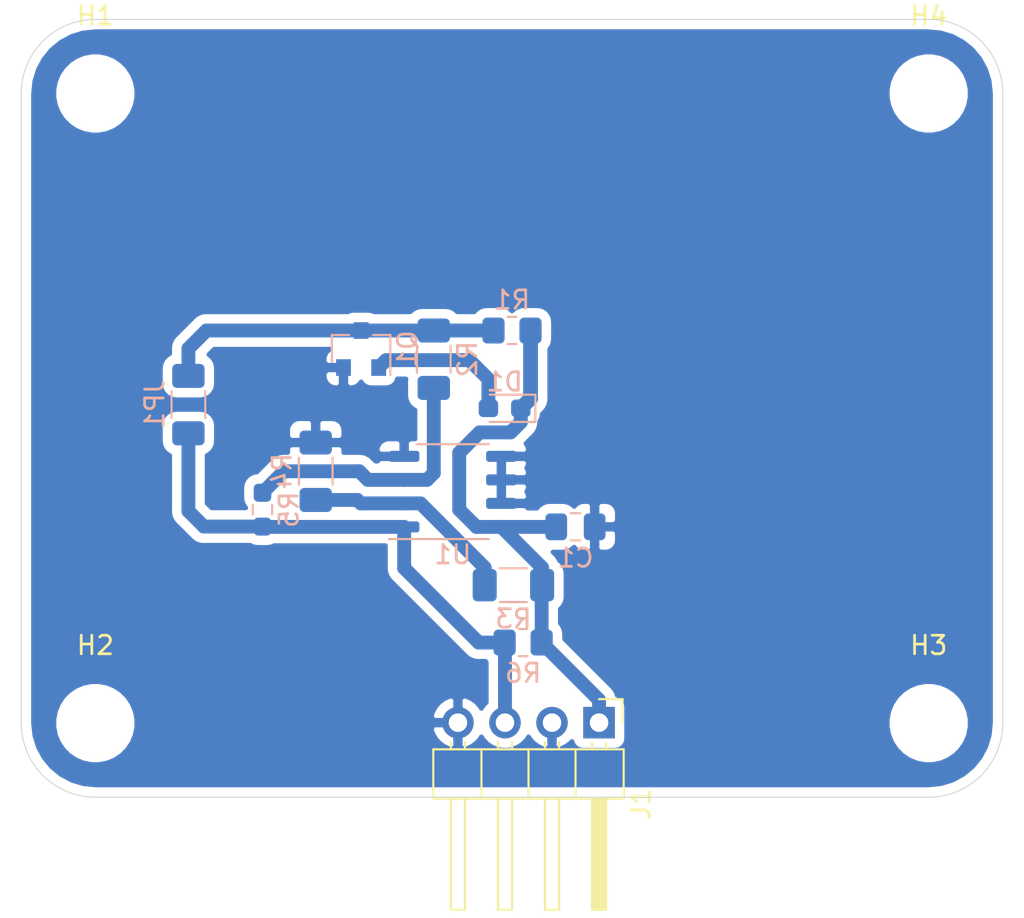
<source format=kicad_pcb>
(kicad_pcb (version 20171130) (host pcbnew 5.1.10)

  (general
    (thickness 1.6)
    (drawings 12)
    (tracks 51)
    (zones 0)
    (modules 16)
    (nets 8)
  )

  (page A)
  (layers
    (0 F.Cu signal)
    (31 B.Cu signal)
    (32 B.Adhes user)
    (33 F.Adhes user)
    (34 B.Paste user)
    (35 F.Paste user)
    (36 B.SilkS user)
    (37 F.SilkS user)
    (38 B.Mask user)
    (39 F.Mask user)
    (40 Dwgs.User user)
    (41 Cmts.User user)
    (42 Eco1.User user)
    (43 Eco2.User user)
    (44 Edge.Cuts user)
    (45 Margin user)
    (46 B.CrtYd user)
    (47 F.CrtYd user)
    (48 B.Fab user)
    (49 F.Fab user)
  )

  (setup
    (last_trace_width 0.75)
    (user_trace_width 0.3)
    (user_trace_width 0.5)
    (user_trace_width 0.75)
    (user_trace_width 0.8)
    (user_trace_width 1)
    (trace_clearance 0.2)
    (zone_clearance 0.508)
    (zone_45_only yes)
    (trace_min 0.2)
    (via_size 0.8)
    (via_drill 0.4)
    (via_min_size 0.4)
    (via_min_drill 0.3)
    (uvia_size 0.3)
    (uvia_drill 0.1)
    (uvias_allowed no)
    (uvia_min_size 0.2)
    (uvia_min_drill 0.1)
    (edge_width 0.05)
    (segment_width 0.2)
    (pcb_text_width 0.3)
    (pcb_text_size 1.5 1.5)
    (mod_edge_width 0.12)
    (mod_text_size 1 1)
    (mod_text_width 0.15)
    (pad_size 1.524 1.524)
    (pad_drill 0.762)
    (pad_to_mask_clearance 0)
    (aux_axis_origin 130 100)
    (visible_elements FFFFFF7F)
    (pcbplotparams
      (layerselection 0x01000_fffffffe)
      (usegerberextensions false)
      (usegerberattributes true)
      (usegerberadvancedattributes true)
      (creategerberjobfile true)
      (excludeedgelayer true)
      (linewidth 0.100000)
      (plotframeref false)
      (viasonmask false)
      (mode 1)
      (useauxorigin true)
      (hpglpennumber 1)
      (hpglpenspeed 20)
      (hpglpendiameter 15.000000)
      (psnegative false)
      (psa4output false)
      (plotreference true)
      (plotvalue true)
      (plotinvisibletext false)
      (padsonsilk false)
      (subtractmaskfromsilk false)
      (outputformat 1)
      (mirror false)
      (drillshape 0)
      (scaleselection 1)
      (outputdirectory "gerber/"))
  )

  (net 0 "")
  (net 1 GND)
  (net 2 VCC)
  (net 3 "Net-(D1-Pad2)")
  (net 4 "Net-(JP1-Pad1)")
  (net 5 "Net-(R2-Pad1)")
  (net 6 "Net-(R3-Pad1)")
  (net 7 /OUTPUT)

  (net_class Default "This is the default net class."
    (clearance 0.2)
    (trace_width 0.25)
    (via_dia 0.8)
    (via_drill 0.4)
    (uvia_dia 0.3)
    (uvia_drill 0.1)
    (add_net /OUTPUT)
    (add_net GND)
    (add_net "Net-(D1-Pad2)")
    (add_net "Net-(JP1-Pad1)")
    (add_net "Net-(R2-Pad1)")
    (add_net "Net-(R3-Pad1)")
    (add_net VCC)
  )

  (module Resistor_SMD:R_1206_3216Metric_Pad1.30x1.75mm_HandSolder (layer B.Cu) (tedit 5F68FEEE) (tstamp 616AD7BC)
    (at 140.025 121.8 270)
    (descr "Resistor SMD 1206 (3216 Metric), square (rectangular) end terminal, IPC_7351 nominal with elongated pad for handsoldering. (Body size source: IPC-SM-782 page 72, https://www.pcb-3d.com/wordpress/wp-content/uploads/ipc-sm-782a_amendment_1_and_2.pdf), generated with kicad-footprint-generator")
    (tags "resistor handsolder")
    (path /616C83B1)
    (attr smd)
    (fp_text reference JP1 (at 0 1.82 270) (layer B.SilkS)
      (effects (font (size 1 1) (thickness 0.15)) (justify mirror))
    )
    (fp_text value "Comparitor Bypass" (at 0 -1.82 270) (layer B.Fab)
      (effects (font (size 1 1) (thickness 0.15)) (justify mirror))
    )
    (fp_text user %R (at 0 0 270) (layer B.Fab)
      (effects (font (size 0.8 0.8) (thickness 0.12)) (justify mirror))
    )
    (fp_line (start -1.6 -0.8) (end -1.6 0.8) (layer B.Fab) (width 0.1))
    (fp_line (start -1.6 0.8) (end 1.6 0.8) (layer B.Fab) (width 0.1))
    (fp_line (start 1.6 0.8) (end 1.6 -0.8) (layer B.Fab) (width 0.1))
    (fp_line (start 1.6 -0.8) (end -1.6 -0.8) (layer B.Fab) (width 0.1))
    (fp_line (start -0.727064 0.91) (end 0.727064 0.91) (layer B.SilkS) (width 0.12))
    (fp_line (start -0.727064 -0.91) (end 0.727064 -0.91) (layer B.SilkS) (width 0.12))
    (fp_line (start -2.45 -1.12) (end -2.45 1.12) (layer B.CrtYd) (width 0.05))
    (fp_line (start -2.45 1.12) (end 2.45 1.12) (layer B.CrtYd) (width 0.05))
    (fp_line (start 2.45 1.12) (end 2.45 -1.12) (layer B.CrtYd) (width 0.05))
    (fp_line (start 2.45 -1.12) (end -2.45 -1.12) (layer B.CrtYd) (width 0.05))
    (pad 2 smd roundrect (at 1.55 0 270) (size 1.3 1.75) (layers B.Cu B.Paste B.Mask) (roundrect_rratio 0.192308)
      (net 7 /OUTPUT))
    (pad 1 smd roundrect (at -1.55 0 270) (size 1.3 1.75) (layers B.Cu B.Paste B.Mask) (roundrect_rratio 0.192308)
      (net 4 "Net-(JP1-Pad1)"))
    (model ${KISYS3DMOD}/Resistor_SMD.3dshapes/R_1206_3216Metric.wrl
      (at (xyz 0 0 0))
      (scale (xyz 1 1 1))
      (rotate (xyz 0 0 0))
    )
  )

  (module Resistor_SMD:R_1206_3216Metric_Pad1.30x1.75mm_HandSolder (layer B.Cu) (tedit 5F68FEEE) (tstamp 616A006F)
    (at 153.275 119.35 90)
    (descr "Resistor SMD 1206 (3216 Metric), square (rectangular) end terminal, IPC_7351 nominal with elongated pad for handsoldering. (Body size source: IPC-SM-782 page 72, https://www.pcb-3d.com/wordpress/wp-content/uploads/ipc-sm-782a_amendment_1_and_2.pdf), generated with kicad-footprint-generator")
    (tags "resistor handsolder")
    (path /616B76B3)
    (attr smd)
    (fp_text reference R2 (at 0 1.82 90) (layer B.SilkS)
      (effects (font (size 1 1) (thickness 0.15)) (justify mirror))
    )
    (fp_text value 10k (at 0 -1.82 90) (layer B.Fab)
      (effects (font (size 1 1) (thickness 0.15)) (justify mirror))
    )
    (fp_text user %R (at 0 0 90) (layer B.Fab)
      (effects (font (size 0.8 0.8) (thickness 0.12)) (justify mirror))
    )
    (fp_line (start -1.6 -0.8) (end -1.6 0.8) (layer B.Fab) (width 0.1))
    (fp_line (start -1.6 0.8) (end 1.6 0.8) (layer B.Fab) (width 0.1))
    (fp_line (start 1.6 0.8) (end 1.6 -0.8) (layer B.Fab) (width 0.1))
    (fp_line (start 1.6 -0.8) (end -1.6 -0.8) (layer B.Fab) (width 0.1))
    (fp_line (start -0.727064 0.91) (end 0.727064 0.91) (layer B.SilkS) (width 0.12))
    (fp_line (start -0.727064 -0.91) (end 0.727064 -0.91) (layer B.SilkS) (width 0.12))
    (fp_line (start -2.45 -1.12) (end -2.45 1.12) (layer B.CrtYd) (width 0.05))
    (fp_line (start -2.45 1.12) (end 2.45 1.12) (layer B.CrtYd) (width 0.05))
    (fp_line (start 2.45 1.12) (end 2.45 -1.12) (layer B.CrtYd) (width 0.05))
    (fp_line (start 2.45 -1.12) (end -2.45 -1.12) (layer B.CrtYd) (width 0.05))
    (pad 2 smd roundrect (at 1.55 0 90) (size 1.3 1.75) (layers B.Cu B.Paste B.Mask) (roundrect_rratio 0.192308)
      (net 4 "Net-(JP1-Pad1)"))
    (pad 1 smd roundrect (at -1.55 0 90) (size 1.3 1.75) (layers B.Cu B.Paste B.Mask) (roundrect_rratio 0.192308)
      (net 5 "Net-(R2-Pad1)"))
    (model ${KISYS3DMOD}/Resistor_SMD.3dshapes/R_1206_3216Metric.wrl
      (at (xyz 0 0 0))
      (scale (xyz 1 1 1))
      (rotate (xyz 0 0 0))
    )
  )

  (module Resistor_SMD:R_1206_3216Metric_Pad1.30x1.75mm_HandSolder (layer B.Cu) (tedit 5F68FEEE) (tstamp 616ABD89)
    (at 146.9 125.4 270)
    (descr "Resistor SMD 1206 (3216 Metric), square (rectangular) end terminal, IPC_7351 nominal with elongated pad for handsoldering. (Body size source: IPC-SM-782 page 72, https://www.pcb-3d.com/wordpress/wp-content/uploads/ipc-sm-782a_amendment_1_and_2.pdf), generated with kicad-footprint-generator")
    (tags "resistor handsolder")
    (path /616D766F)
    (attr smd)
    (fp_text reference R4 (at 0 1.82 90) (layer B.SilkS)
      (effects (font (size 1 1) (thickness 0.15)) (justify mirror))
    )
    (fp_text value 10k (at 0 -1.82 90) (layer B.Fab)
      (effects (font (size 1 1) (thickness 0.15)) (justify mirror))
    )
    (fp_line (start -1.6 -0.8) (end -1.6 0.8) (layer B.Fab) (width 0.1))
    (fp_line (start -1.6 0.8) (end 1.6 0.8) (layer B.Fab) (width 0.1))
    (fp_line (start 1.6 0.8) (end 1.6 -0.8) (layer B.Fab) (width 0.1))
    (fp_line (start 1.6 -0.8) (end -1.6 -0.8) (layer B.Fab) (width 0.1))
    (fp_line (start -0.727064 0.91) (end 0.727064 0.91) (layer B.SilkS) (width 0.12))
    (fp_line (start -0.727064 -0.91) (end 0.727064 -0.91) (layer B.SilkS) (width 0.12))
    (fp_line (start -2.45 -1.12) (end -2.45 1.12) (layer B.CrtYd) (width 0.05))
    (fp_line (start -2.45 1.12) (end 2.45 1.12) (layer B.CrtYd) (width 0.05))
    (fp_line (start 2.45 1.12) (end 2.45 -1.12) (layer B.CrtYd) (width 0.05))
    (fp_line (start 2.45 -1.12) (end -2.45 -1.12) (layer B.CrtYd) (width 0.05))
    (fp_text user %R (at 0 0 90) (layer B.Fab)
      (effects (font (size 0.8 0.8) (thickness 0.12)) (justify mirror))
    )
    (pad 2 smd roundrect (at 1.55 0 270) (size 1.3 1.75) (layers B.Cu B.Paste B.Mask) (roundrect_rratio 0.192308)
      (net 6 "Net-(R3-Pad1)"))
    (pad 1 smd roundrect (at -1.55 0 270) (size 1.3 1.75) (layers B.Cu B.Paste B.Mask) (roundrect_rratio 0.192308)
      (net 1 GND))
    (model ${KISYS3DMOD}/Resistor_SMD.3dshapes/R_1206_3216Metric.wrl
      (at (xyz 0 0 0))
      (scale (xyz 1 1 1))
      (rotate (xyz 0 0 0))
    )
  )

  (module Resistor_SMD:R_1206_3216Metric_Pad1.30x1.75mm_HandSolder (layer B.Cu) (tedit 5F68FEEE) (tstamp 616A0D65)
    (at 157.575 131.55)
    (descr "Resistor SMD 1206 (3216 Metric), square (rectangular) end terminal, IPC_7351 nominal with elongated pad for handsoldering. (Body size source: IPC-SM-782 page 72, https://www.pcb-3d.com/wordpress/wp-content/uploads/ipc-sm-782a_amendment_1_and_2.pdf), generated with kicad-footprint-generator")
    (tags "resistor handsolder")
    (path /616D7B4B)
    (attr smd)
    (fp_text reference R3 (at 0 1.82) (layer B.SilkS)
      (effects (font (size 1 1) (thickness 0.15)) (justify mirror))
    )
    (fp_text value 10k (at 0 -1.82) (layer B.Fab)
      (effects (font (size 1 1) (thickness 0.15)) (justify mirror))
    )
    (fp_line (start -1.6 -0.8) (end -1.6 0.8) (layer B.Fab) (width 0.1))
    (fp_line (start -1.6 0.8) (end 1.6 0.8) (layer B.Fab) (width 0.1))
    (fp_line (start 1.6 0.8) (end 1.6 -0.8) (layer B.Fab) (width 0.1))
    (fp_line (start 1.6 -0.8) (end -1.6 -0.8) (layer B.Fab) (width 0.1))
    (fp_line (start -0.727064 0.91) (end 0.727064 0.91) (layer B.SilkS) (width 0.12))
    (fp_line (start -0.727064 -0.91) (end 0.727064 -0.91) (layer B.SilkS) (width 0.12))
    (fp_line (start -2.45 -1.12) (end -2.45 1.12) (layer B.CrtYd) (width 0.05))
    (fp_line (start -2.45 1.12) (end 2.45 1.12) (layer B.CrtYd) (width 0.05))
    (fp_line (start 2.45 1.12) (end 2.45 -1.12) (layer B.CrtYd) (width 0.05))
    (fp_line (start 2.45 -1.12) (end -2.45 -1.12) (layer B.CrtYd) (width 0.05))
    (fp_text user %R (at 0 0) (layer B.Fab)
      (effects (font (size 0.8 0.8) (thickness 0.12)) (justify mirror))
    )
    (pad 2 smd roundrect (at 1.55 0) (size 1.3 1.75) (layers B.Cu B.Paste B.Mask) (roundrect_rratio 0.192308)
      (net 2 VCC))
    (pad 1 smd roundrect (at -1.55 0) (size 1.3 1.75) (layers B.Cu B.Paste B.Mask) (roundrect_rratio 0.192308)
      (net 6 "Net-(R3-Pad1)"))
    (model ${KISYS3DMOD}/Resistor_SMD.3dshapes/R_1206_3216Metric.wrl
      (at (xyz 0 0 0))
      (scale (xyz 1 1 1))
      (rotate (xyz 0 0 0))
    )
  )

  (module Capacitor_SMD:C_0805_2012Metric_Pad1.18x1.45mm_HandSolder (layer B.Cu) (tedit 5F68FEEF) (tstamp 616A0DC5)
    (at 160.925 128.4)
    (descr "Capacitor SMD 0805 (2012 Metric), square (rectangular) end terminal, IPC_7351 nominal with elongated pad for handsoldering. (Body size source: IPC-SM-782 page 76, https://www.pcb-3d.com/wordpress/wp-content/uploads/ipc-sm-782a_amendment_1_and_2.pdf, https://docs.google.com/spreadsheets/d/1BsfQQcO9C6DZCsRaXUlFlo91Tg2WpOkGARC1WS5S8t0/edit?usp=sharing), generated with kicad-footprint-generator")
    (tags "capacitor handsolder")
    (path /616E9949)
    (attr smd)
    (fp_text reference C1 (at 0 1.68) (layer B.SilkS)
      (effects (font (size 1 1) (thickness 0.15)) (justify mirror))
    )
    (fp_text value 100n (at 0 -1.68) (layer B.Fab)
      (effects (font (size 1 1) (thickness 0.15)) (justify mirror))
    )
    (fp_line (start -1 -0.625) (end -1 0.625) (layer B.Fab) (width 0.1))
    (fp_line (start -1 0.625) (end 1 0.625) (layer B.Fab) (width 0.1))
    (fp_line (start 1 0.625) (end 1 -0.625) (layer B.Fab) (width 0.1))
    (fp_line (start 1 -0.625) (end -1 -0.625) (layer B.Fab) (width 0.1))
    (fp_line (start -0.261252 0.735) (end 0.261252 0.735) (layer B.SilkS) (width 0.12))
    (fp_line (start -0.261252 -0.735) (end 0.261252 -0.735) (layer B.SilkS) (width 0.12))
    (fp_line (start -1.88 -0.98) (end -1.88 0.98) (layer B.CrtYd) (width 0.05))
    (fp_line (start -1.88 0.98) (end 1.88 0.98) (layer B.CrtYd) (width 0.05))
    (fp_line (start 1.88 0.98) (end 1.88 -0.98) (layer B.CrtYd) (width 0.05))
    (fp_line (start 1.88 -0.98) (end -1.88 -0.98) (layer B.CrtYd) (width 0.05))
    (fp_text user %R (at 0 0) (layer B.Fab)
      (effects (font (size 0.5 0.5) (thickness 0.08)) (justify mirror))
    )
    (pad 2 smd roundrect (at 1.0375 0) (size 1.175 1.45) (layers B.Cu B.Paste B.Mask) (roundrect_rratio 0.212766)
      (net 1 GND))
    (pad 1 smd roundrect (at -1.0375 0) (size 1.175 1.45) (layers B.Cu B.Paste B.Mask) (roundrect_rratio 0.212766)
      (net 2 VCC))
    (model ${KISYS3DMOD}/Capacitor_SMD.3dshapes/C_0805_2012Metric.wrl
      (at (xyz 0 0 0))
      (scale (xyz 1 1 1))
      (rotate (xyz 0 0 0))
    )
  )

  (module Resistor_SMD:R_0805_2012Metric_Pad1.20x1.40mm_HandSolder (layer B.Cu) (tedit 5F68FEEE) (tstamp 616A0CF3)
    (at 158.1 134.65)
    (descr "Resistor SMD 0805 (2012 Metric), square (rectangular) end terminal, IPC_7351 nominal with elongated pad for handsoldering. (Body size source: IPC-SM-782 page 72, https://www.pcb-3d.com/wordpress/wp-content/uploads/ipc-sm-782a_amendment_1_and_2.pdf), generated with kicad-footprint-generator")
    (tags "resistor handsolder")
    (path /616B79A7)
    (attr smd)
    (fp_text reference R6 (at 0 1.65) (layer B.SilkS)
      (effects (font (size 1 1) (thickness 0.15)) (justify mirror))
    )
    (fp_text value 3k (at 0 -1.65) (layer B.Fab)
      (effects (font (size 1 1) (thickness 0.15)) (justify mirror))
    )
    (fp_line (start -1 -0.625) (end -1 0.625) (layer B.Fab) (width 0.1))
    (fp_line (start -1 0.625) (end 1 0.625) (layer B.Fab) (width 0.1))
    (fp_line (start 1 0.625) (end 1 -0.625) (layer B.Fab) (width 0.1))
    (fp_line (start 1 -0.625) (end -1 -0.625) (layer B.Fab) (width 0.1))
    (fp_line (start -0.227064 0.735) (end 0.227064 0.735) (layer B.SilkS) (width 0.12))
    (fp_line (start -0.227064 -0.735) (end 0.227064 -0.735) (layer B.SilkS) (width 0.12))
    (fp_line (start -1.85 -0.95) (end -1.85 0.95) (layer B.CrtYd) (width 0.05))
    (fp_line (start -1.85 0.95) (end 1.85 0.95) (layer B.CrtYd) (width 0.05))
    (fp_line (start 1.85 0.95) (end 1.85 -0.95) (layer B.CrtYd) (width 0.05))
    (fp_line (start 1.85 -0.95) (end -1.85 -0.95) (layer B.CrtYd) (width 0.05))
    (fp_text user %R (at 0 0) (layer B.Fab)
      (effects (font (size 0.5 0.5) (thickness 0.08)) (justify mirror))
    )
    (pad 2 smd roundrect (at 1 0) (size 1.2 1.4) (layers B.Cu B.Paste B.Mask) (roundrect_rratio 0.208333)
      (net 2 VCC))
    (pad 1 smd roundrect (at -1 0) (size 1.2 1.4) (layers B.Cu B.Paste B.Mask) (roundrect_rratio 0.208333)
      (net 7 /OUTPUT))
    (model ${KISYS3DMOD}/Resistor_SMD.3dshapes/R_0805_2012Metric.wrl
      (at (xyz 0 0 0))
      (scale (xyz 1 1 1))
      (rotate (xyz 0 0 0))
    )
  )

  (module Connector_PinHeader_2.54mm:PinHeader_1x04_P2.54mm_Horizontal (layer F.Cu) (tedit 59FED5CB) (tstamp 6169FA07)
    (at 162.2 138.975 270)
    (descr "Through hole angled pin header, 1x04, 2.54mm pitch, 6mm pin length, single row")
    (tags "Through hole angled pin header THT 1x04 2.54mm single row")
    (path /616EE257)
    (fp_text reference J1 (at 4.385 -2.27 90) (layer F.SilkS)
      (effects (font (size 1 1) (thickness 0.15)))
    )
    (fp_text value Conn_01x04 (at 4.385 9.89 90) (layer F.Fab)
      (effects (font (size 1 1) (thickness 0.15)))
    )
    (fp_line (start 2.135 -1.27) (end 4.04 -1.27) (layer F.Fab) (width 0.1))
    (fp_line (start 4.04 -1.27) (end 4.04 8.89) (layer F.Fab) (width 0.1))
    (fp_line (start 4.04 8.89) (end 1.5 8.89) (layer F.Fab) (width 0.1))
    (fp_line (start 1.5 8.89) (end 1.5 -0.635) (layer F.Fab) (width 0.1))
    (fp_line (start 1.5 -0.635) (end 2.135 -1.27) (layer F.Fab) (width 0.1))
    (fp_line (start -0.32 -0.32) (end 1.5 -0.32) (layer F.Fab) (width 0.1))
    (fp_line (start -0.32 -0.32) (end -0.32 0.32) (layer F.Fab) (width 0.1))
    (fp_line (start -0.32 0.32) (end 1.5 0.32) (layer F.Fab) (width 0.1))
    (fp_line (start 4.04 -0.32) (end 10.04 -0.32) (layer F.Fab) (width 0.1))
    (fp_line (start 10.04 -0.32) (end 10.04 0.32) (layer F.Fab) (width 0.1))
    (fp_line (start 4.04 0.32) (end 10.04 0.32) (layer F.Fab) (width 0.1))
    (fp_line (start -0.32 2.22) (end 1.5 2.22) (layer F.Fab) (width 0.1))
    (fp_line (start -0.32 2.22) (end -0.32 2.86) (layer F.Fab) (width 0.1))
    (fp_line (start -0.32 2.86) (end 1.5 2.86) (layer F.Fab) (width 0.1))
    (fp_line (start 4.04 2.22) (end 10.04 2.22) (layer F.Fab) (width 0.1))
    (fp_line (start 10.04 2.22) (end 10.04 2.86) (layer F.Fab) (width 0.1))
    (fp_line (start 4.04 2.86) (end 10.04 2.86) (layer F.Fab) (width 0.1))
    (fp_line (start -0.32 4.76) (end 1.5 4.76) (layer F.Fab) (width 0.1))
    (fp_line (start -0.32 4.76) (end -0.32 5.4) (layer F.Fab) (width 0.1))
    (fp_line (start -0.32 5.4) (end 1.5 5.4) (layer F.Fab) (width 0.1))
    (fp_line (start 4.04 4.76) (end 10.04 4.76) (layer F.Fab) (width 0.1))
    (fp_line (start 10.04 4.76) (end 10.04 5.4) (layer F.Fab) (width 0.1))
    (fp_line (start 4.04 5.4) (end 10.04 5.4) (layer F.Fab) (width 0.1))
    (fp_line (start -0.32 7.3) (end 1.5 7.3) (layer F.Fab) (width 0.1))
    (fp_line (start -0.32 7.3) (end -0.32 7.94) (layer F.Fab) (width 0.1))
    (fp_line (start -0.32 7.94) (end 1.5 7.94) (layer F.Fab) (width 0.1))
    (fp_line (start 4.04 7.3) (end 10.04 7.3) (layer F.Fab) (width 0.1))
    (fp_line (start 10.04 7.3) (end 10.04 7.94) (layer F.Fab) (width 0.1))
    (fp_line (start 4.04 7.94) (end 10.04 7.94) (layer F.Fab) (width 0.1))
    (fp_line (start 1.44 -1.33) (end 1.44 8.95) (layer F.SilkS) (width 0.12))
    (fp_line (start 1.44 8.95) (end 4.1 8.95) (layer F.SilkS) (width 0.12))
    (fp_line (start 4.1 8.95) (end 4.1 -1.33) (layer F.SilkS) (width 0.12))
    (fp_line (start 4.1 -1.33) (end 1.44 -1.33) (layer F.SilkS) (width 0.12))
    (fp_line (start 4.1 -0.38) (end 10.1 -0.38) (layer F.SilkS) (width 0.12))
    (fp_line (start 10.1 -0.38) (end 10.1 0.38) (layer F.SilkS) (width 0.12))
    (fp_line (start 10.1 0.38) (end 4.1 0.38) (layer F.SilkS) (width 0.12))
    (fp_line (start 4.1 -0.32) (end 10.1 -0.32) (layer F.SilkS) (width 0.12))
    (fp_line (start 4.1 -0.2) (end 10.1 -0.2) (layer F.SilkS) (width 0.12))
    (fp_line (start 4.1 -0.08) (end 10.1 -0.08) (layer F.SilkS) (width 0.12))
    (fp_line (start 4.1 0.04) (end 10.1 0.04) (layer F.SilkS) (width 0.12))
    (fp_line (start 4.1 0.16) (end 10.1 0.16) (layer F.SilkS) (width 0.12))
    (fp_line (start 4.1 0.28) (end 10.1 0.28) (layer F.SilkS) (width 0.12))
    (fp_line (start 1.11 -0.38) (end 1.44 -0.38) (layer F.SilkS) (width 0.12))
    (fp_line (start 1.11 0.38) (end 1.44 0.38) (layer F.SilkS) (width 0.12))
    (fp_line (start 1.44 1.27) (end 4.1 1.27) (layer F.SilkS) (width 0.12))
    (fp_line (start 4.1 2.16) (end 10.1 2.16) (layer F.SilkS) (width 0.12))
    (fp_line (start 10.1 2.16) (end 10.1 2.92) (layer F.SilkS) (width 0.12))
    (fp_line (start 10.1 2.92) (end 4.1 2.92) (layer F.SilkS) (width 0.12))
    (fp_line (start 1.042929 2.16) (end 1.44 2.16) (layer F.SilkS) (width 0.12))
    (fp_line (start 1.042929 2.92) (end 1.44 2.92) (layer F.SilkS) (width 0.12))
    (fp_line (start 1.44 3.81) (end 4.1 3.81) (layer F.SilkS) (width 0.12))
    (fp_line (start 4.1 4.7) (end 10.1 4.7) (layer F.SilkS) (width 0.12))
    (fp_line (start 10.1 4.7) (end 10.1 5.46) (layer F.SilkS) (width 0.12))
    (fp_line (start 10.1 5.46) (end 4.1 5.46) (layer F.SilkS) (width 0.12))
    (fp_line (start 1.042929 4.7) (end 1.44 4.7) (layer F.SilkS) (width 0.12))
    (fp_line (start 1.042929 5.46) (end 1.44 5.46) (layer F.SilkS) (width 0.12))
    (fp_line (start 1.44 6.35) (end 4.1 6.35) (layer F.SilkS) (width 0.12))
    (fp_line (start 4.1 7.24) (end 10.1 7.24) (layer F.SilkS) (width 0.12))
    (fp_line (start 10.1 7.24) (end 10.1 8) (layer F.SilkS) (width 0.12))
    (fp_line (start 10.1 8) (end 4.1 8) (layer F.SilkS) (width 0.12))
    (fp_line (start 1.042929 7.24) (end 1.44 7.24) (layer F.SilkS) (width 0.12))
    (fp_line (start 1.042929 8) (end 1.44 8) (layer F.SilkS) (width 0.12))
    (fp_line (start -1.27 0) (end -1.27 -1.27) (layer F.SilkS) (width 0.12))
    (fp_line (start -1.27 -1.27) (end 0 -1.27) (layer F.SilkS) (width 0.12))
    (fp_line (start -1.8 -1.8) (end -1.8 9.4) (layer F.CrtYd) (width 0.05))
    (fp_line (start -1.8 9.4) (end 10.55 9.4) (layer F.CrtYd) (width 0.05))
    (fp_line (start 10.55 9.4) (end 10.55 -1.8) (layer F.CrtYd) (width 0.05))
    (fp_line (start 10.55 -1.8) (end -1.8 -1.8) (layer F.CrtYd) (width 0.05))
    (fp_text user %R (at 2.77 3.81) (layer F.Fab)
      (effects (font (size 1 1) (thickness 0.15)))
    )
    (pad 4 thru_hole oval (at 0 7.62 270) (size 1.7 1.7) (drill 1) (layers *.Cu *.Mask)
      (net 1 GND))
    (pad 3 thru_hole oval (at 0 5.08 270) (size 1.7 1.7) (drill 1) (layers *.Cu *.Mask)
      (net 7 /OUTPUT))
    (pad 2 thru_hole oval (at 0 2.54 270) (size 1.7 1.7) (drill 1) (layers *.Cu *.Mask)
      (net 1 GND))
    (pad 1 thru_hole rect (at 0 0 270) (size 1.7 1.7) (drill 1) (layers *.Cu *.Mask)
      (net 2 VCC))
    (model ${KISYS3DMOD}/Connector_PinHeader_2.54mm.3dshapes/PinHeader_1x04_P2.54mm_Horizontal.wrl
      (at (xyz 0 0 0))
      (scale (xyz 1 1 1))
      (rotate (xyz 0 0 0))
    )
  )

  (module Package_SO:SOP-8_3.9x4.9mm_P1.27mm (layer B.Cu) (tedit 5D9F72B1) (tstamp 616A0CA8)
    (at 154.3 126.5)
    (descr "SOP, 8 Pin (http://www.macronix.com/Lists/Datasheet/Attachments/7534/MX25R3235F,%20Wide%20Range,%2032Mb,%20v1.6.pdf#page=79), generated with kicad-footprint-generator ipc_gullwing_generator.py")
    (tags "SOP SO")
    (path /61690AE6)
    (attr smd)
    (fp_text reference U1 (at 0 3.4) (layer B.SilkS)
      (effects (font (size 1 1) (thickness 0.15)) (justify mirror))
    )
    (fp_text value LM393 (at 0 -3.4) (layer B.Fab)
      (effects (font (size 1 1) (thickness 0.15)) (justify mirror))
    )
    (fp_line (start 3.7 2.7) (end -3.7 2.7) (layer B.CrtYd) (width 0.05))
    (fp_line (start 3.7 -2.7) (end 3.7 2.7) (layer B.CrtYd) (width 0.05))
    (fp_line (start -3.7 -2.7) (end 3.7 -2.7) (layer B.CrtYd) (width 0.05))
    (fp_line (start -3.7 2.7) (end -3.7 -2.7) (layer B.CrtYd) (width 0.05))
    (fp_line (start -1.95 1.475) (end -0.975 2.45) (layer B.Fab) (width 0.1))
    (fp_line (start -1.95 -2.45) (end -1.95 1.475) (layer B.Fab) (width 0.1))
    (fp_line (start 1.95 -2.45) (end -1.95 -2.45) (layer B.Fab) (width 0.1))
    (fp_line (start 1.95 2.45) (end 1.95 -2.45) (layer B.Fab) (width 0.1))
    (fp_line (start -0.975 2.45) (end 1.95 2.45) (layer B.Fab) (width 0.1))
    (fp_line (start 0 2.56) (end -3.45 2.56) (layer B.SilkS) (width 0.12))
    (fp_line (start 0 2.56) (end 1.95 2.56) (layer B.SilkS) (width 0.12))
    (fp_line (start 0 -2.56) (end -1.95 -2.56) (layer B.SilkS) (width 0.12))
    (fp_line (start 0 -2.56) (end 1.95 -2.56) (layer B.SilkS) (width 0.12))
    (fp_text user %R (at 0 0) (layer B.Fab)
      (effects (font (size 0.98 0.98) (thickness 0.15)) (justify mirror))
    )
    (pad 8 smd roundrect (at 2.625 1.905) (size 1.65 0.6) (layers B.Cu B.Paste B.Mask) (roundrect_rratio 0.25)
      (net 2 VCC))
    (pad 7 smd roundrect (at 2.625 0.635) (size 1.65 0.6) (layers B.Cu B.Paste B.Mask) (roundrect_rratio 0.25)
      (net 1 GND))
    (pad 6 smd roundrect (at 2.625 -0.635) (size 1.65 0.6) (layers B.Cu B.Paste B.Mask) (roundrect_rratio 0.25)
      (net 1 GND))
    (pad 5 smd roundrect (at 2.625 -1.905) (size 1.65 0.6) (layers B.Cu B.Paste B.Mask) (roundrect_rratio 0.25)
      (net 1 GND))
    (pad 4 smd roundrect (at -2.625 -1.905) (size 1.65 0.6) (layers B.Cu B.Paste B.Mask) (roundrect_rratio 0.25)
      (net 1 GND))
    (pad 3 smd roundrect (at -2.625 -0.635) (size 1.65 0.6) (layers B.Cu B.Paste B.Mask) (roundrect_rratio 0.25)
      (net 5 "Net-(R2-Pad1)"))
    (pad 2 smd roundrect (at -2.625 0.635) (size 1.65 0.6) (layers B.Cu B.Paste B.Mask) (roundrect_rratio 0.25)
      (net 6 "Net-(R3-Pad1)"))
    (pad 1 smd roundrect (at -2.625 1.905) (size 1.65 0.6) (layers B.Cu B.Paste B.Mask) (roundrect_rratio 0.25)
      (net 7 /OUTPUT))
    (model ${KISYS3DMOD}/Package_SO.3dshapes/SOP-8_3.9x4.9mm_P1.27mm.wrl
      (at (xyz 0 0 0))
      (scale (xyz 1 1 1))
      (rotate (xyz 0 0 0))
    )
  )

  (module Resistor_SMD:R_0603_1608Metric_Pad0.98x0.95mm_HandSolder (layer B.Cu) (tedit 5F68FEEE) (tstamp 616A0D26)
    (at 144.025 127.475 90)
    (descr "Resistor SMD 0603 (1608 Metric), square (rectangular) end terminal, IPC_7351 nominal with elongated pad for handsoldering. (Body size source: IPC-SM-782 page 72, https://www.pcb-3d.com/wordpress/wp-content/uploads/ipc-sm-782a_amendment_1_and_2.pdf), generated with kicad-footprint-generator")
    (tags "resistor handsolder")
    (path /616B5151)
    (attr smd)
    (fp_text reference R5 (at 0 1.43 90) (layer B.SilkS)
      (effects (font (size 1 1) (thickness 0.15)) (justify mirror))
    )
    (fp_text value 4.7M (at 0 -1.43 90) (layer B.Fab)
      (effects (font (size 1 1) (thickness 0.15)) (justify mirror))
    )
    (fp_line (start 1.65 -0.73) (end -1.65 -0.73) (layer B.CrtYd) (width 0.05))
    (fp_line (start 1.65 0.73) (end 1.65 -0.73) (layer B.CrtYd) (width 0.05))
    (fp_line (start -1.65 0.73) (end 1.65 0.73) (layer B.CrtYd) (width 0.05))
    (fp_line (start -1.65 -0.73) (end -1.65 0.73) (layer B.CrtYd) (width 0.05))
    (fp_line (start -0.254724 -0.5225) (end 0.254724 -0.5225) (layer B.SilkS) (width 0.12))
    (fp_line (start -0.254724 0.5225) (end 0.254724 0.5225) (layer B.SilkS) (width 0.12))
    (fp_line (start 0.8 -0.4125) (end -0.8 -0.4125) (layer B.Fab) (width 0.1))
    (fp_line (start 0.8 0.4125) (end 0.8 -0.4125) (layer B.Fab) (width 0.1))
    (fp_line (start -0.8 0.4125) (end 0.8 0.4125) (layer B.Fab) (width 0.1))
    (fp_line (start -0.8 -0.4125) (end -0.8 0.4125) (layer B.Fab) (width 0.1))
    (fp_text user %R (at 0 0 90) (layer B.Fab)
      (effects (font (size 0.4 0.4) (thickness 0.06)) (justify mirror))
    )
    (pad 2 smd roundrect (at 0.9125 0 90) (size 0.975 0.95) (layers B.Cu B.Paste B.Mask) (roundrect_rratio 0.25)
      (net 5 "Net-(R2-Pad1)"))
    (pad 1 smd roundrect (at -0.9125 0 90) (size 0.975 0.95) (layers B.Cu B.Paste B.Mask) (roundrect_rratio 0.25)
      (net 7 /OUTPUT))
    (model ${KISYS3DMOD}/Resistor_SMD.3dshapes/R_0603_1608Metric.wrl
      (at (xyz 0 0 0))
      (scale (xyz 1 1 1))
      (rotate (xyz 0 0 0))
    )
  )

  (module LED_SMD:LED_0603_1608Metric_Pad1.05x0.95mm_HandSolder (layer B.Cu) (tedit 5F68FEF1) (tstamp 6120F61D)
    (at 157.1 122 180)
    (descr "LED SMD 0603 (1608 Metric), square (rectangular) end terminal, IPC_7351 nominal, (Body size source: http://www.tortai-tech.com/upload/download/2011102023233369053.pdf), generated with kicad-footprint-generator")
    (tags "LED handsolder")
    (path /61238FD4)
    (attr smd)
    (fp_text reference D1 (at 0 1.43) (layer B.SilkS)
      (effects (font (size 1 1) (thickness 0.15)) (justify mirror))
    )
    (fp_text value LED (at 0 -1.43) (layer B.Fab)
      (effects (font (size 1 1) (thickness 0.15)) (justify mirror))
    )
    (fp_line (start 1.65 -0.73) (end -1.65 -0.73) (layer B.CrtYd) (width 0.05))
    (fp_line (start 1.65 0.73) (end 1.65 -0.73) (layer B.CrtYd) (width 0.05))
    (fp_line (start -1.65 0.73) (end 1.65 0.73) (layer B.CrtYd) (width 0.05))
    (fp_line (start -1.65 -0.73) (end -1.65 0.73) (layer B.CrtYd) (width 0.05))
    (fp_line (start -1.66 -0.735) (end 0.8 -0.735) (layer B.SilkS) (width 0.12))
    (fp_line (start -1.66 0.735) (end -1.66 -0.735) (layer B.SilkS) (width 0.12))
    (fp_line (start 0.8 0.735) (end -1.66 0.735) (layer B.SilkS) (width 0.12))
    (fp_line (start 0.8 -0.4) (end 0.8 0.4) (layer B.Fab) (width 0.1))
    (fp_line (start -0.8 -0.4) (end 0.8 -0.4) (layer B.Fab) (width 0.1))
    (fp_line (start -0.8 0.1) (end -0.8 -0.4) (layer B.Fab) (width 0.1))
    (fp_line (start -0.5 0.4) (end -0.8 0.1) (layer B.Fab) (width 0.1))
    (fp_line (start 0.8 0.4) (end -0.5 0.4) (layer B.Fab) (width 0.1))
    (fp_text user %R (at 0 0) (layer B.Fab)
      (effects (font (size 0.4 0.4) (thickness 0.06)) (justify mirror))
    )
    (pad 2 smd roundrect (at 0.875 0 180) (size 1.05 0.95) (layers B.Cu B.Paste B.Mask) (roundrect_rratio 0.25)
      (net 3 "Net-(D1-Pad2)"))
    (pad 1 smd roundrect (at -0.875 0 180) (size 1.05 0.95) (layers B.Cu B.Paste B.Mask) (roundrect_rratio 0.25)
      (net 2 VCC))
    (model ${KISYS3DMOD}/LED_SMD.3dshapes/LED_0603_1608Metric.wrl
      (at (xyz 0 0 0))
      (scale (xyz 1 1 1))
      (rotate (xyz 0 0 0))
    )
  )

  (module MountingHole:MountingHole_3.2mm_M3 (layer F.Cu) (tedit 56D1B4CB) (tstamp 61212F02)
    (at 180 105)
    (descr "Mounting Hole 3.2mm, no annular, M3")
    (tags "mounting hole 3.2mm no annular m3")
    (path /612AFE90)
    (attr virtual)
    (fp_text reference H4 (at 0 -4.2) (layer F.SilkS)
      (effects (font (size 1 1) (thickness 0.15)))
    )
    (fp_text value MountingHole (at 0 4.2) (layer F.Fab)
      (effects (font (size 1 1) (thickness 0.15)))
    )
    (fp_circle (center 0 0) (end 3.45 0) (layer F.CrtYd) (width 0.05))
    (fp_circle (center 0 0) (end 3.2 0) (layer Cmts.User) (width 0.15))
    (fp_text user %R (at 0.3 0) (layer F.Fab)
      (effects (font (size 1 1) (thickness 0.15)))
    )
    (pad 1 np_thru_hole circle (at 0 0) (size 3.2 3.2) (drill 3.2) (layers *.Cu *.Mask))
  )

  (module MountingHole:MountingHole_3.2mm_M3 (layer F.Cu) (tedit 56D1B4CB) (tstamp 61212EFA)
    (at 180 139)
    (descr "Mounting Hole 3.2mm, no annular, M3")
    (tags "mounting hole 3.2mm no annular m3")
    (path /612AFA07)
    (attr virtual)
    (fp_text reference H3 (at 0 -4.2) (layer F.SilkS)
      (effects (font (size 1 1) (thickness 0.15)))
    )
    (fp_text value MountingHole (at 0 4.2) (layer F.Fab)
      (effects (font (size 1 1) (thickness 0.15)))
    )
    (fp_circle (center 0 0) (end 3.45 0) (layer F.CrtYd) (width 0.05))
    (fp_circle (center 0 0) (end 3.2 0) (layer Cmts.User) (width 0.15))
    (fp_text user %R (at 0.3 0) (layer F.Fab)
      (effects (font (size 1 1) (thickness 0.15)))
    )
    (pad 1 np_thru_hole circle (at 0 0) (size 3.2 3.2) (drill 3.2) (layers *.Cu *.Mask))
  )

  (module MountingHole:MountingHole_3.2mm_M3 (layer F.Cu) (tedit 56D1B4CB) (tstamp 61212EF2)
    (at 135 139)
    (descr "Mounting Hole 3.2mm, no annular, M3")
    (tags "mounting hole 3.2mm no annular m3")
    (path /612AFD43)
    (attr virtual)
    (fp_text reference H2 (at 0 -4.2) (layer F.SilkS)
      (effects (font (size 1 1) (thickness 0.15)))
    )
    (fp_text value MountingHole (at 0 4.2) (layer F.Fab)
      (effects (font (size 1 1) (thickness 0.15)))
    )
    (fp_circle (center 0 0) (end 3.45 0) (layer F.CrtYd) (width 0.05))
    (fp_circle (center 0 0) (end 3.2 0) (layer Cmts.User) (width 0.15))
    (fp_text user %R (at 0.3 0) (layer F.Fab)
      (effects (font (size 1 1) (thickness 0.15)))
    )
    (pad 1 np_thru_hole circle (at 0 0) (size 3.2 3.2) (drill 3.2) (layers *.Cu *.Mask))
  )

  (module MountingHole:MountingHole_3.2mm_M3 (layer F.Cu) (tedit 56D1B4CB) (tstamp 61212EEA)
    (at 135 105)
    (descr "Mounting Hole 3.2mm, no annular, M3")
    (tags "mounting hole 3.2mm no annular m3")
    (path /612AF45B)
    (attr virtual)
    (fp_text reference H1 (at 0 -4.2) (layer F.SilkS)
      (effects (font (size 1 1) (thickness 0.15)))
    )
    (fp_text value MountingHole (at 0 4.2) (layer F.Fab)
      (effects (font (size 1 1) (thickness 0.15)))
    )
    (fp_circle (center 0 0) (end 3.45 0) (layer F.CrtYd) (width 0.05))
    (fp_circle (center 0 0) (end 3.2 0) (layer Cmts.User) (width 0.15))
    (fp_text user %R (at 0.3 0) (layer F.Fab)
      (effects (font (size 1 1) (thickness 0.15)))
    )
    (pad 1 np_thru_hole circle (at 0 0) (size 3.2 3.2) (drill 3.2) (layers *.Cu *.Mask))
  )

  (module Package_TO_SOT_SMD:SOT-23 (layer B.Cu) (tedit 5A02FF57) (tstamp 6121188E)
    (at 149.35 118.8 90)
    (descr "SOT-23, Standard")
    (tags SOT-23)
    (path /61239001)
    (attr smd)
    (fp_text reference Q1 (at 0 2.5 90) (layer B.SilkS)
      (effects (font (size 1 1) (thickness 0.15)) (justify mirror))
    )
    (fp_text value MMBTA13LT3G (at 0 -2.5 90) (layer B.Fab)
      (effects (font (size 1 1) (thickness 0.15)) (justify mirror))
    )
    (fp_line (start 0.76 -1.58) (end -0.7 -1.58) (layer B.SilkS) (width 0.12))
    (fp_line (start 0.76 1.58) (end -1.4 1.58) (layer B.SilkS) (width 0.12))
    (fp_line (start -1.7 -1.75) (end -1.7 1.75) (layer B.CrtYd) (width 0.05))
    (fp_line (start 1.7 -1.75) (end -1.7 -1.75) (layer B.CrtYd) (width 0.05))
    (fp_line (start 1.7 1.75) (end 1.7 -1.75) (layer B.CrtYd) (width 0.05))
    (fp_line (start -1.7 1.75) (end 1.7 1.75) (layer B.CrtYd) (width 0.05))
    (fp_line (start 0.76 1.58) (end 0.76 0.65) (layer B.SilkS) (width 0.12))
    (fp_line (start 0.76 -1.58) (end 0.76 -0.65) (layer B.SilkS) (width 0.12))
    (fp_line (start -0.7 -1.52) (end 0.7 -1.52) (layer B.Fab) (width 0.1))
    (fp_line (start 0.7 1.52) (end 0.7 -1.52) (layer B.Fab) (width 0.1))
    (fp_line (start -0.7 0.95) (end -0.15 1.52) (layer B.Fab) (width 0.1))
    (fp_line (start -0.15 1.52) (end 0.7 1.52) (layer B.Fab) (width 0.1))
    (fp_line (start -0.7 0.95) (end -0.7 -1.5) (layer B.Fab) (width 0.1))
    (fp_text user %R (at 0 0 180) (layer B.Fab)
      (effects (font (size 0.5 0.5) (thickness 0.075)) (justify mirror))
    )
    (pad 3 smd rect (at 1 0 90) (size 0.9 0.8) (layers B.Cu B.Paste B.Mask)
      (net 4 "Net-(JP1-Pad1)"))
    (pad 2 smd rect (at -1 -0.95 90) (size 0.9 0.8) (layers B.Cu B.Paste B.Mask)
      (net 1 GND))
    (pad 1 smd rect (at -1 0.95 90) (size 0.9 0.8) (layers B.Cu B.Paste B.Mask)
      (net 3 "Net-(D1-Pad2)"))
    (model ${KISYS3DMOD}/Package_TO_SOT_SMD.3dshapes/SOT-23.wrl
      (at (xyz 0 0 0))
      (scale (xyz 1 1 1))
      (rotate (xyz 0 0 0))
    )
  )

  (module Resistor_SMD:R_0805_2012Metric_Pad1.20x1.40mm_HandSolder (layer B.Cu) (tedit 5F68FEEE) (tstamp 612116AA)
    (at 157.5 117.8 180)
    (descr "Resistor SMD 0805 (2012 Metric), square (rectangular) end terminal, IPC_7351 nominal with elongated pad for handsoldering. (Body size source: IPC-SM-782 page 72, https://www.pcb-3d.com/wordpress/wp-content/uploads/ipc-sm-782a_amendment_1_and_2.pdf), generated with kicad-footprint-generator")
    (tags "resistor handsolder")
    (path /61238FDA)
    (attr smd)
    (fp_text reference R1 (at 0 1.65) (layer B.SilkS)
      (effects (font (size 1 1) (thickness 0.15)) (justify mirror))
    )
    (fp_text value 2k (at 0 -1.65) (layer B.Fab)
      (effects (font (size 1 1) (thickness 0.15)) (justify mirror))
    )
    (fp_line (start 1.85 -0.95) (end -1.85 -0.95) (layer B.CrtYd) (width 0.05))
    (fp_line (start 1.85 0.95) (end 1.85 -0.95) (layer B.CrtYd) (width 0.05))
    (fp_line (start -1.85 0.95) (end 1.85 0.95) (layer B.CrtYd) (width 0.05))
    (fp_line (start -1.85 -0.95) (end -1.85 0.95) (layer B.CrtYd) (width 0.05))
    (fp_line (start -0.227064 -0.735) (end 0.227064 -0.735) (layer B.SilkS) (width 0.12))
    (fp_line (start -0.227064 0.735) (end 0.227064 0.735) (layer B.SilkS) (width 0.12))
    (fp_line (start 1 -0.625) (end -1 -0.625) (layer B.Fab) (width 0.1))
    (fp_line (start 1 0.625) (end 1 -0.625) (layer B.Fab) (width 0.1))
    (fp_line (start -1 0.625) (end 1 0.625) (layer B.Fab) (width 0.1))
    (fp_line (start -1 -0.625) (end -1 0.625) (layer B.Fab) (width 0.1))
    (fp_text user %R (at 0 0) (layer B.Fab)
      (effects (font (size 0.5 0.5) (thickness 0.08)) (justify mirror))
    )
    (pad 2 smd roundrect (at 1 0 180) (size 1.2 1.4) (layers B.Cu B.Paste B.Mask) (roundrect_rratio 0.2083325)
      (net 4 "Net-(JP1-Pad1)"))
    (pad 1 smd roundrect (at -1 0 180) (size 1.2 1.4) (layers B.Cu B.Paste B.Mask) (roundrect_rratio 0.2083325)
      (net 2 VCC))
    (model ${KISYS3DMOD}/Resistor_SMD.3dshapes/R_0805_2012Metric.wrl
      (at (xyz 0 0 0))
      (scale (xyz 1 1 1))
      (rotate (xyz 0 0 0))
    )
  )

  (gr_arc (start 180 105) (end 184 105) (angle -90) (layer Edge.Cuts) (width 0.05))
  (gr_arc (start 180 139) (end 180 143) (angle -90) (layer Edge.Cuts) (width 0.05))
  (gr_arc (start 135 139) (end 131 139) (angle -90) (layer Edge.Cuts) (width 0.05))
  (gr_arc (start 135 105) (end 135 101) (angle -90) (layer Edge.Cuts) (width 0.05))
  (gr_line (start 180 101) (end 135 101) (layer Edge.Cuts) (width 0.05) (tstamp 615E4357))
  (gr_line (start 184 139) (end 184 105) (layer Edge.Cuts) (width 0.05))
  (gr_line (start 135 143) (end 180 143) (layer Edge.Cuts) (width 0.05))
  (gr_line (start 131 105) (end 131 139) (layer Edge.Cuts) (width 0.05))
  (gr_line (start 140 134) (end 140 110) (layer Dwgs.User) (width 0.15) (tstamp 6120FA23))
  (gr_line (start 175 134) (end 140 134) (layer Dwgs.User) (width 0.15))
  (gr_line (start 175 110) (end 175 134) (layer Dwgs.User) (width 0.15))
  (gr_line (start 140 110) (end 175 110) (layer Dwgs.User) (width 0.15))

  (segment (start 158.5 121.475) (end 157.975 122) (width 0.8) (layer B.Cu) (net 2))
  (segment (start 158.5 117.8) (end 158.5 121.475) (width 0.8) (layer B.Cu) (net 2))
  (segment (start 159.875 128.4125) (end 159.8875 128.4) (width 0.75) (layer B.Cu) (net 2))
  (segment (start 159.8825 128.405) (end 159.8875 128.4) (width 0.75) (layer B.Cu) (net 2))
  (segment (start 156.925 128.405) (end 159.8825 128.405) (width 0.75) (layer B.Cu) (net 2))
  (segment (start 157.975 122.75) (end 157.975 122) (width 0.75) (layer B.Cu) (net 2))
  (segment (start 157.425 123.3) (end 157.975 122.75) (width 0.75) (layer B.Cu) (net 2))
  (segment (start 154.65 124.4) (end 155.75 123.3) (width 0.75) (layer B.Cu) (net 2))
  (segment (start 154.65 127.475) (end 154.65 124.4) (width 0.75) (layer B.Cu) (net 2))
  (segment (start 155.75 123.3) (end 157.425 123.3) (width 0.75) (layer B.Cu) (net 2))
  (segment (start 155.58 128.405) (end 154.65 127.475) (width 0.75) (layer B.Cu) (net 2))
  (segment (start 156.925 128.405) (end 155.58 128.405) (width 0.75) (layer B.Cu) (net 2))
  (segment (start 162.2 137.75) (end 159.1 134.65) (width 0.75) (layer B.Cu) (net 2))
  (segment (start 162.2 138.975) (end 162.2 137.75) (width 0.75) (layer B.Cu) (net 2))
  (segment (start 159.1 131.575) (end 159.125 131.55) (width 0.75) (layer B.Cu) (net 2))
  (segment (start 159.1 134.65) (end 159.1 131.575) (width 0.75) (layer B.Cu) (net 2))
  (segment (start 159.125 130.605) (end 156.925 128.405) (width 0.75) (layer B.Cu) (net 2))
  (segment (start 159.125 131.55) (end 159.125 130.605) (width 0.75) (layer B.Cu) (net 2))
  (segment (start 156.225 122) (end 156.225 120.425) (width 0.75) (layer B.Cu) (net 3))
  (segment (start 156.225 120.425) (end 155.2 119.4) (width 0.75) (layer B.Cu) (net 3))
  (segment (start 150.7 119.4) (end 150.3 119.8) (width 0.75) (layer B.Cu) (net 3))
  (segment (start 155.2 119.4) (end 150.7 119.4) (width 0.75) (layer B.Cu) (net 3))
  (segment (start 151.675 125.865) (end 152.91 125.865) (width 0.75) (layer B.Cu) (net 5))
  (segment (start 153.275 125.5) (end 153.275 120.9) (width 0.75) (layer B.Cu) (net 5))
  (segment (start 152.91 125.865) (end 153.275 125.5) (width 0.75) (layer B.Cu) (net 5))
  (segment (start 144.0425 128.405) (end 144.025 128.3875) (width 0.75) (layer B.Cu) (net 7))
  (segment (start 151.675 128.405) (end 144.0425 128.405) (width 0.75) (layer B.Cu) (net 7))
  (segment (start 157.12 134.67) (end 157.1 134.65) (width 0.75) (layer B.Cu) (net 7))
  (segment (start 157.12 138.975) (end 157.12 134.67) (width 0.75) (layer B.Cu) (net 7))
  (segment (start 156.5 117.8) (end 153.275 117.8) (width 0.75) (layer B.Cu) (net 4))
  (segment (start 153.275 117.8) (end 149.35 117.8) (width 0.75) (layer B.Cu) (net 4))
  (segment (start 149.35 117.8) (end 141 117.8) (width 0.75) (layer B.Cu) (net 4))
  (segment (start 140.025 118.775) (end 140.025 120.25) (width 0.75) (layer B.Cu) (net 4))
  (segment (start 141 117.8) (end 140.025 118.775) (width 0.75) (layer B.Cu) (net 4))
  (segment (start 149.715 125.865) (end 151.675 125.865) (width 0.75) (layer B.Cu) (net 5))
  (segment (start 149.25 125.4) (end 149.715 125.865) (width 0.75) (layer B.Cu) (net 5))
  (segment (start 145.1875 125.4) (end 149.25 125.4) (width 0.75) (layer B.Cu) (net 5))
  (segment (start 144.025 126.5625) (end 145.1875 125.4) (width 0.75) (layer B.Cu) (net 5))
  (segment (start 151.675 127.135) (end 149.335 127.135) (width 0.75) (layer B.Cu) (net 6))
  (segment (start 149.15 126.95) (end 146.9 126.95) (width 0.75) (layer B.Cu) (net 6))
  (segment (start 149.335 127.135) (end 149.15 126.95) (width 0.75) (layer B.Cu) (net 6))
  (segment (start 156.025 131.475) (end 156.025 131.55) (width 0.75) (layer B.Cu) (net 6))
  (segment (start 156.025 130.6) (end 156.025 131.475) (width 0.75) (layer B.Cu) (net 6))
  (segment (start 152.56 127.135) (end 156.025 130.6) (width 0.75) (layer B.Cu) (net 6))
  (segment (start 151.675 127.135) (end 152.56 127.135) (width 0.75) (layer B.Cu) (net 6))
  (segment (start 144.025 128.3875) (end 140.8625 128.3875) (width 0.75) (layer B.Cu) (net 7))
  (segment (start 140.025 127.55) (end 140.025 123.35) (width 0.75) (layer B.Cu) (net 7))
  (segment (start 140.8625 128.3875) (end 140.025 127.55) (width 0.75) (layer B.Cu) (net 7))
  (segment (start 155.7 134.65) (end 151.675 130.625) (width 0.75) (layer B.Cu) (net 7))
  (segment (start 151.675 130.625) (end 151.675 128.405) (width 0.75) (layer B.Cu) (net 7))
  (segment (start 157.1 134.65) (end 155.7 134.65) (width 0.75) (layer B.Cu) (net 7))

  (zone (net 1) (net_name GND) (layer B.Cu) (tstamp 6121420E) (hatch edge 0.508)
    (connect_pads (clearance 0.508))
    (min_thickness 0.254)
    (fill yes (arc_segments 32) (thermal_gap 0.508) (thermal_bridge_width 0.508))
    (polygon
      (pts
        (xy 185 144) (xy 130 144) (xy 130 100) (xy 185 100)
      )
    )
    (filled_polygon
      (pts
        (xy 180.648126 101.726714) (xy 181.271572 101.914943) (xy 181.846579 102.220681) (xy 182.351247 102.632279) (xy 182.766362 103.134067)
        (xy 183.076105 103.706924) (xy 183.268682 104.329039) (xy 183.340001 105.007594) (xy 183.34 138.967721) (xy 183.273286 139.648126)
        (xy 183.085057 140.27157) (xy 182.779323 140.846573) (xy 182.367721 141.351248) (xy 181.865933 141.766362) (xy 181.293077 142.076104)
        (xy 180.670961 142.268682) (xy 179.992417 142.34) (xy 135.032279 142.34) (xy 134.351874 142.273286) (xy 133.72843 142.085057)
        (xy 133.153427 141.779323) (xy 132.648752 141.367721) (xy 132.233638 140.865933) (xy 131.923896 140.293077) (xy 131.731318 139.670961)
        (xy 131.66 138.992417) (xy 131.66 138.779872) (xy 132.765 138.779872) (xy 132.765 139.220128) (xy 132.85089 139.651925)
        (xy 133.019369 140.058669) (xy 133.263962 140.424729) (xy 133.575271 140.736038) (xy 133.941331 140.980631) (xy 134.348075 141.14911)
        (xy 134.779872 141.235) (xy 135.220128 141.235) (xy 135.651925 141.14911) (xy 136.058669 140.980631) (xy 136.424729 140.736038)
        (xy 136.736038 140.424729) (xy 136.980631 140.058669) (xy 137.14911 139.651925) (xy 137.212768 139.331891) (xy 153.138519 139.331891)
        (xy 153.235843 139.606252) (xy 153.384822 139.856355) (xy 153.579731 140.072588) (xy 153.81308 140.246641) (xy 154.075901 140.371825)
        (xy 154.22311 140.416476) (xy 154.453 140.295155) (xy 154.453 139.102) (xy 153.259186 139.102) (xy 153.138519 139.331891)
        (xy 137.212768 139.331891) (xy 137.235 139.220128) (xy 137.235 138.779872) (xy 137.202824 138.618109) (xy 153.138519 138.618109)
        (xy 153.259186 138.848) (xy 154.453 138.848) (xy 154.453 137.654845) (xy 154.22311 137.533524) (xy 154.075901 137.578175)
        (xy 153.81308 137.703359) (xy 153.579731 137.877412) (xy 153.384822 138.093645) (xy 153.235843 138.343748) (xy 153.138519 138.618109)
        (xy 137.202824 138.618109) (xy 137.14911 138.348075) (xy 136.980631 137.941331) (xy 136.736038 137.575271) (xy 136.424729 137.263962)
        (xy 136.058669 137.019369) (xy 135.651925 136.85089) (xy 135.220128 136.765) (xy 134.779872 136.765) (xy 134.348075 136.85089)
        (xy 133.941331 137.019369) (xy 133.575271 137.263962) (xy 133.263962 137.575271) (xy 133.019369 137.941331) (xy 132.85089 138.348075)
        (xy 132.765 138.779872) (xy 131.66 138.779872) (xy 131.66 119.85) (xy 138.511928 119.85) (xy 138.511928 120.65)
        (xy 138.528992 120.823254) (xy 138.579528 120.98985) (xy 138.661595 121.143386) (xy 138.772038 121.277962) (xy 138.906614 121.388405)
        (xy 139.06015 121.470472) (xy 139.226746 121.521008) (xy 139.4 121.538072) (xy 140.65 121.538072) (xy 140.823254 121.521008)
        (xy 140.98985 121.470472) (xy 141.143386 121.388405) (xy 141.277962 121.277962) (xy 141.388405 121.143386) (xy 141.470472 120.98985)
        (xy 141.521008 120.823254) (xy 141.538072 120.65) (xy 141.538072 120.25) (xy 147.361928 120.25) (xy 147.374188 120.374482)
        (xy 147.410498 120.49418) (xy 147.469463 120.604494) (xy 147.548815 120.701185) (xy 147.645506 120.780537) (xy 147.75582 120.839502)
        (xy 147.875518 120.875812) (xy 148 120.888072) (xy 148.11425 120.885) (xy 148.273 120.72625) (xy 148.273 119.927)
        (xy 147.52375 119.927) (xy 147.365 120.08575) (xy 147.361928 120.25) (xy 141.538072 120.25) (xy 141.538072 119.85)
        (xy 141.521008 119.676746) (xy 141.470472 119.51015) (xy 141.388405 119.356614) (xy 141.277962 119.222038) (xy 141.143386 119.111595)
        (xy 141.126035 119.10232) (xy 141.418355 118.81) (xy 147.66321 118.81) (xy 147.645506 118.819463) (xy 147.548815 118.898815)
        (xy 147.469463 118.995506) (xy 147.410498 119.10582) (xy 147.374188 119.225518) (xy 147.361928 119.35) (xy 147.365 119.51425)
        (xy 147.52375 119.673) (xy 148.273 119.673) (xy 148.273 119.653) (xy 148.527 119.653) (xy 148.527 119.673)
        (xy 148.547 119.673) (xy 148.547 119.927) (xy 148.527 119.927) (xy 148.527 120.72625) (xy 148.68575 120.885)
        (xy 148.8 120.888072) (xy 148.924482 120.875812) (xy 149.04418 120.839502) (xy 149.154494 120.780537) (xy 149.251185 120.701185)
        (xy 149.330537 120.604494) (xy 149.35 120.568082) (xy 149.369463 120.604494) (xy 149.448815 120.701185) (xy 149.545506 120.780537)
        (xy 149.65582 120.839502) (xy 149.775518 120.875812) (xy 149.9 120.888072) (xy 150.7 120.888072) (xy 150.824482 120.875812)
        (xy 150.94418 120.839502) (xy 151.054494 120.780537) (xy 151.151185 120.701185) (xy 151.230537 120.604494) (xy 151.289502 120.49418)
        (xy 151.315038 120.41) (xy 151.770792 120.41) (xy 151.761928 120.5) (xy 151.761928 121.3) (xy 151.778992 121.473254)
        (xy 151.829528 121.63985) (xy 151.911595 121.793386) (xy 152.022038 121.927962) (xy 152.156614 122.038405) (xy 152.265001 122.096339)
        (xy 152.265 123.658267) (xy 151.96075 123.66) (xy 151.802 123.81875) (xy 151.802 124.468) (xy 151.822 124.468)
        (xy 151.822 124.722) (xy 151.802 124.722) (xy 151.802 124.742) (xy 151.548 124.742) (xy 151.548 124.722)
        (xy 150.37375 124.722) (xy 150.24075 124.855) (xy 150.133355 124.855) (xy 149.999261 124.720907) (xy 149.967633 124.682367)
        (xy 149.81384 124.556153) (xy 149.63838 124.462368) (xy 149.447994 124.404615) (xy 149.299608 124.39) (xy 149.25 124.385114)
        (xy 149.200392 124.39) (xy 148.412144 124.39) (xy 148.411343 124.295) (xy 150.211928 124.295) (xy 150.215 124.30925)
        (xy 150.37375 124.468) (xy 151.548 124.468) (xy 151.548 123.81875) (xy 151.38925 123.66) (xy 150.85 123.656928)
        (xy 150.725518 123.669188) (xy 150.60582 123.705498) (xy 150.495506 123.764463) (xy 150.398815 123.843815) (xy 150.319463 123.940506)
        (xy 150.260498 124.05082) (xy 150.224188 124.170518) (xy 150.211928 124.295) (xy 148.411343 124.295) (xy 148.41 124.13575)
        (xy 148.25125 123.977) (xy 147.027 123.977) (xy 147.027 123.997) (xy 146.773 123.997) (xy 146.773 123.977)
        (xy 145.54875 123.977) (xy 145.39 124.13575) (xy 145.387856 124.39) (xy 145.237104 124.39) (xy 145.187499 124.385114)
        (xy 145.137894 124.39) (xy 145.137892 124.39) (xy 144.989506 124.404615) (xy 144.79912 124.462368) (xy 144.62366 124.556153)
        (xy 144.469867 124.682367) (xy 144.438239 124.720906) (xy 143.715085 125.44406) (xy 143.616684 125.453752) (xy 143.452433 125.503577)
        (xy 143.301058 125.584488) (xy 143.168377 125.693377) (xy 143.059488 125.826058) (xy 142.978577 125.977433) (xy 142.928752 126.141684)
        (xy 142.911928 126.3125) (xy 142.911928 126.8125) (xy 142.928752 126.983316) (xy 142.978577 127.147567) (xy 143.059488 127.298942)
        (xy 143.123959 127.3775) (xy 141.280856 127.3775) (xy 141.035 127.131645) (xy 141.035 124.546339) (xy 141.143386 124.488405)
        (xy 141.277962 124.377962) (xy 141.388405 124.243386) (xy 141.470472 124.08985) (xy 141.521008 123.923254) (xy 141.538072 123.75)
        (xy 141.538072 123.2) (xy 145.386928 123.2) (xy 145.39 123.56425) (xy 145.54875 123.723) (xy 146.773 123.723)
        (xy 146.773 122.72375) (xy 147.027 122.72375) (xy 147.027 123.723) (xy 148.25125 123.723) (xy 148.41 123.56425)
        (xy 148.413072 123.2) (xy 148.400812 123.075518) (xy 148.364502 122.95582) (xy 148.305537 122.845506) (xy 148.226185 122.748815)
        (xy 148.129494 122.669463) (xy 148.01918 122.610498) (xy 147.899482 122.574188) (xy 147.775 122.561928) (xy 147.18575 122.565)
        (xy 147.027 122.72375) (xy 146.773 122.72375) (xy 146.61425 122.565) (xy 146.025 122.561928) (xy 145.900518 122.574188)
        (xy 145.78082 122.610498) (xy 145.670506 122.669463) (xy 145.573815 122.748815) (xy 145.494463 122.845506) (xy 145.435498 122.95582)
        (xy 145.399188 123.075518) (xy 145.386928 123.2) (xy 141.538072 123.2) (xy 141.538072 122.95) (xy 141.521008 122.776746)
        (xy 141.470472 122.61015) (xy 141.388405 122.456614) (xy 141.277962 122.322038) (xy 141.143386 122.211595) (xy 140.98985 122.129528)
        (xy 140.823254 122.078992) (xy 140.65 122.061928) (xy 139.4 122.061928) (xy 139.226746 122.078992) (xy 139.06015 122.129528)
        (xy 138.906614 122.211595) (xy 138.772038 122.322038) (xy 138.661595 122.456614) (xy 138.579528 122.61015) (xy 138.528992 122.776746)
        (xy 138.511928 122.95) (xy 138.511928 123.75) (xy 138.528992 123.923254) (xy 138.579528 124.08985) (xy 138.661595 124.243386)
        (xy 138.772038 124.377962) (xy 138.906614 124.488405) (xy 139.015001 124.546339) (xy 139.015 127.500392) (xy 139.010114 127.55)
        (xy 139.029615 127.747994) (xy 139.08331 127.925) (xy 139.087368 127.938379) (xy 139.181153 128.11384) (xy 139.307367 128.267633)
        (xy 139.345905 128.299261) (xy 140.113243 129.066599) (xy 140.144867 129.105133) (xy 140.29866 129.231347) (xy 140.47412 129.325132)
        (xy 140.664505 129.382885) (xy 140.8625 129.402386) (xy 140.912108 129.3975) (xy 143.360904 129.3975) (xy 143.452433 129.446423)
        (xy 143.616684 129.496248) (xy 143.7875 129.513072) (xy 144.2625 129.513072) (xy 144.433316 129.496248) (xy 144.597567 129.446423)
        (xy 144.656356 129.415) (xy 150.665001 129.415) (xy 150.665 130.575392) (xy 150.660114 130.625) (xy 150.679615 130.822994)
        (xy 150.729111 130.98616) (xy 150.737368 131.013379) (xy 150.831153 131.18884) (xy 150.957367 131.342633) (xy 150.995906 131.374261)
        (xy 154.950743 135.329099) (xy 154.982367 135.367633) (xy 155.13616 135.493847) (xy 155.287987 135.575) (xy 155.31162 135.587632)
        (xy 155.502005 135.645385) (xy 155.7 135.664886) (xy 155.749608 135.66) (xy 156.066263 135.66) (xy 156.110001 135.713295)
        (xy 156.11 137.884893) (xy 155.966525 138.028368) (xy 155.844805 138.210534) (xy 155.775178 138.093645) (xy 155.580269 137.877412)
        (xy 155.34692 137.703359) (xy 155.084099 137.578175) (xy 154.93689 137.533524) (xy 154.707 137.654845) (xy 154.707 138.848)
        (xy 154.727 138.848) (xy 154.727 139.102) (xy 154.707 139.102) (xy 154.707 140.295155) (xy 154.93689 140.416476)
        (xy 155.084099 140.371825) (xy 155.34692 140.246641) (xy 155.580269 140.072588) (xy 155.775178 139.856355) (xy 155.844805 139.739466)
        (xy 155.966525 139.921632) (xy 156.173368 140.128475) (xy 156.416589 140.29099) (xy 156.686842 140.402932) (xy 156.97374 140.46)
        (xy 157.26626 140.46) (xy 157.553158 140.402932) (xy 157.823411 140.29099) (xy 158.066632 140.128475) (xy 158.273475 139.921632)
        (xy 158.395195 139.739466) (xy 158.464822 139.856355) (xy 158.659731 140.072588) (xy 158.89308 140.246641) (xy 159.155901 140.371825)
        (xy 159.30311 140.416476) (xy 159.533 140.295155) (xy 159.533 139.102) (xy 159.513 139.102) (xy 159.513 138.848)
        (xy 159.533 138.848) (xy 159.533 138.828) (xy 159.787 138.828) (xy 159.787 138.848) (xy 159.807 138.848)
        (xy 159.807 139.102) (xy 159.787 139.102) (xy 159.787 140.295155) (xy 160.01689 140.416476) (xy 160.164099 140.371825)
        (xy 160.42692 140.246641) (xy 160.660269 140.072588) (xy 160.736034 139.988534) (xy 160.760498 140.06918) (xy 160.819463 140.179494)
        (xy 160.898815 140.276185) (xy 160.995506 140.355537) (xy 161.10582 140.414502) (xy 161.225518 140.450812) (xy 161.35 140.463072)
        (xy 163.05 140.463072) (xy 163.174482 140.450812) (xy 163.29418 140.414502) (xy 163.404494 140.355537) (xy 163.501185 140.276185)
        (xy 163.580537 140.179494) (xy 163.639502 140.06918) (xy 163.675812 139.949482) (xy 163.688072 139.825) (xy 163.688072 138.779872)
        (xy 177.765 138.779872) (xy 177.765 139.220128) (xy 177.85089 139.651925) (xy 178.019369 140.058669) (xy 178.263962 140.424729)
        (xy 178.575271 140.736038) (xy 178.941331 140.980631) (xy 179.348075 141.14911) (xy 179.779872 141.235) (xy 180.220128 141.235)
        (xy 180.651925 141.14911) (xy 181.058669 140.980631) (xy 181.424729 140.736038) (xy 181.736038 140.424729) (xy 181.980631 140.058669)
        (xy 182.14911 139.651925) (xy 182.235 139.220128) (xy 182.235 138.779872) (xy 182.14911 138.348075) (xy 181.980631 137.941331)
        (xy 181.736038 137.575271) (xy 181.424729 137.263962) (xy 181.058669 137.019369) (xy 180.651925 136.85089) (xy 180.220128 136.765)
        (xy 179.779872 136.765) (xy 179.348075 136.85089) (xy 178.941331 137.019369) (xy 178.575271 137.263962) (xy 178.263962 137.575271)
        (xy 178.019369 137.941331) (xy 177.85089 138.348075) (xy 177.765 138.779872) (xy 163.688072 138.779872) (xy 163.688072 138.125)
        (xy 163.675812 138.000518) (xy 163.639502 137.88082) (xy 163.580537 137.770506) (xy 163.501185 137.673815) (xy 163.404494 137.594463)
        (xy 163.29418 137.535498) (xy 163.179857 137.500819) (xy 163.137632 137.36162) (xy 163.043847 137.18616) (xy 162.917633 137.032367)
        (xy 162.879094 137.000739) (xy 160.338072 134.459717) (xy 160.338072 134.199999) (xy 160.321008 134.026745) (xy 160.270472 133.860149)
        (xy 160.188405 133.706613) (xy 160.11 133.611076) (xy 160.11 132.83822) (xy 160.152962 132.802962) (xy 160.263405 132.668386)
        (xy 160.345472 132.51485) (xy 160.396008 132.348254) (xy 160.413072 132.175) (xy 160.413072 130.925) (xy 160.396008 130.751746)
        (xy 160.345472 130.58515) (xy 160.263405 130.431614) (xy 160.152962 130.297038) (xy 160.065171 130.22499) (xy 160.062632 130.21662)
        (xy 160.046583 130.186595) (xy 159.968847 130.04116) (xy 159.842633 129.887367) (xy 159.8041 129.855744) (xy 159.711428 129.763072)
        (xy 160.225 129.763072) (xy 160.398254 129.746008) (xy 160.56485 129.695472) (xy 160.718386 129.613405) (xy 160.852962 129.502962)
        (xy 160.858342 129.496406) (xy 160.923815 129.576185) (xy 161.020506 129.655537) (xy 161.13082 129.714502) (xy 161.250518 129.750812)
        (xy 161.375 129.763072) (xy 161.67675 129.76) (xy 161.8355 129.60125) (xy 161.8355 128.527) (xy 162.0895 128.527)
        (xy 162.0895 129.60125) (xy 162.24825 129.76) (xy 162.55 129.763072) (xy 162.674482 129.750812) (xy 162.79418 129.714502)
        (xy 162.904494 129.655537) (xy 163.001185 129.576185) (xy 163.080537 129.479494) (xy 163.139502 129.36918) (xy 163.175812 129.249482)
        (xy 163.188072 129.125) (xy 163.185 128.68575) (xy 163.02625 128.527) (xy 162.0895 128.527) (xy 161.8355 128.527)
        (xy 161.8155 128.527) (xy 161.8155 128.273) (xy 161.8355 128.273) (xy 161.8355 127.19875) (xy 162.0895 127.19875)
        (xy 162.0895 128.273) (xy 163.02625 128.273) (xy 163.185 128.11425) (xy 163.188072 127.675) (xy 163.175812 127.550518)
        (xy 163.139502 127.43082) (xy 163.080537 127.320506) (xy 163.001185 127.223815) (xy 162.904494 127.144463) (xy 162.79418 127.085498)
        (xy 162.674482 127.049188) (xy 162.55 127.036928) (xy 162.24825 127.04) (xy 162.0895 127.19875) (xy 161.8355 127.19875)
        (xy 161.67675 127.04) (xy 161.375 127.036928) (xy 161.250518 127.049188) (xy 161.13082 127.085498) (xy 161.020506 127.144463)
        (xy 160.923815 127.223815) (xy 160.858342 127.303594) (xy 160.852962 127.297038) (xy 160.718386 127.186595) (xy 160.56485 127.104528)
        (xy 160.398254 127.053992) (xy 160.225 127.036928) (xy 159.55 127.036928) (xy 159.376746 127.053992) (xy 159.21015 127.104528)
        (xy 159.056614 127.186595) (xy 158.922038 127.297038) (xy 158.841643 127.395) (xy 158.35925 127.395) (xy 158.22625 127.262)
        (xy 157.052 127.262) (xy 157.052 127.282) (xy 156.798 127.282) (xy 156.798 127.262) (xy 156.778 127.262)
        (xy 156.778 127.008) (xy 156.798 127.008) (xy 156.798 125.992) (xy 157.052 125.992) (xy 157.052 127.008)
        (xy 158.22625 127.008) (xy 158.385 126.84925) (xy 158.388072 126.835) (xy 158.375812 126.710518) (xy 158.339502 126.59082)
        (xy 158.290957 126.5) (xy 158.339502 126.40918) (xy 158.375812 126.289482) (xy 158.388072 126.165) (xy 158.385 126.15075)
        (xy 158.22625 125.992) (xy 157.052 125.992) (xy 156.798 125.992) (xy 156.778 125.992) (xy 156.778 125.738)
        (xy 156.798 125.738) (xy 156.798 124.722) (xy 157.052 124.722) (xy 157.052 125.738) (xy 158.22625 125.738)
        (xy 158.385 125.57925) (xy 158.388072 125.565) (xy 158.375812 125.440518) (xy 158.339502 125.32082) (xy 158.290957 125.23)
        (xy 158.339502 125.13918) (xy 158.375812 125.019482) (xy 158.388072 124.895) (xy 158.385 124.88075) (xy 158.22625 124.722)
        (xy 157.052 124.722) (xy 156.798 124.722) (xy 156.778 124.722) (xy 156.778 124.468) (xy 156.798 124.468)
        (xy 156.798 124.448) (xy 157.052 124.448) (xy 157.052 124.468) (xy 158.22625 124.468) (xy 158.385 124.30925)
        (xy 158.388072 124.295) (xy 158.375812 124.170518) (xy 158.339502 124.05082) (xy 158.280537 123.940506) (xy 158.250026 123.903329)
        (xy 158.654094 123.499261) (xy 158.692633 123.467633) (xy 158.818847 123.31384) (xy 158.912632 123.13838) (xy 158.970385 122.947994)
        (xy 158.985 122.799608) (xy 158.985 122.799599) (xy 158.989885 122.750001) (xy 158.987661 122.727416) (xy 158.990512 122.723942)
        (xy 159.071423 122.572567) (xy 159.121248 122.408316) (xy 159.131174 122.307536) (xy 159.195903 122.242807) (xy 159.235396 122.210396)
        (xy 159.364734 122.052797) (xy 159.460841 121.872993) (xy 159.520024 121.677895) (xy 159.535 121.525838) (xy 159.535 121.525829)
        (xy 159.540006 121.475001) (xy 159.535 121.424173) (xy 159.535 118.808461) (xy 159.588405 118.743387) (xy 159.670472 118.589851)
        (xy 159.721008 118.423255) (xy 159.738072 118.250001) (xy 159.738072 117.349999) (xy 159.721008 117.176745) (xy 159.670472 117.010149)
        (xy 159.588405 116.856613) (xy 159.477962 116.722038) (xy 159.343387 116.611595) (xy 159.189851 116.529528) (xy 159.023255 116.478992)
        (xy 158.850001 116.461928) (xy 158.149999 116.461928) (xy 157.976745 116.478992) (xy 157.810149 116.529528) (xy 157.656613 116.611595)
        (xy 157.522038 116.722038) (xy 157.5 116.748891) (xy 157.477962 116.722038) (xy 157.343387 116.611595) (xy 157.189851 116.529528)
        (xy 157.023255 116.478992) (xy 156.850001 116.461928) (xy 156.149999 116.461928) (xy 155.976745 116.478992) (xy 155.810149 116.529528)
        (xy 155.656613 116.611595) (xy 155.522038 116.722038) (xy 155.466263 116.79) (xy 154.542703 116.79) (xy 154.527962 116.772038)
        (xy 154.393386 116.661595) (xy 154.23985 116.579528) (xy 154.073254 116.528992) (xy 153.9 116.511928) (xy 152.65 116.511928)
        (xy 152.476746 116.528992) (xy 152.31015 116.579528) (xy 152.156614 116.661595) (xy 152.022038 116.772038) (xy 152.007297 116.79)
        (xy 150.049373 116.79) (xy 149.99418 116.760498) (xy 149.874482 116.724188) (xy 149.75 116.711928) (xy 148.95 116.711928)
        (xy 148.825518 116.724188) (xy 148.70582 116.760498) (xy 148.650627 116.79) (xy 141.049604 116.79) (xy 140.999999 116.785114)
        (xy 140.950394 116.79) (xy 140.950392 116.79) (xy 140.802006 116.804615) (xy 140.61162 116.862368) (xy 140.43616 116.956153)
        (xy 140.282367 117.082367) (xy 140.250739 117.120906) (xy 139.345906 118.025739) (xy 139.307367 118.057367) (xy 139.181153 118.21116)
        (xy 139.099545 118.36384) (xy 139.087368 118.386621) (xy 139.029615 118.577006) (xy 139.010114 118.775) (xy 139.015 118.824608)
        (xy 139.015 119.053661) (xy 138.906614 119.111595) (xy 138.772038 119.222038) (xy 138.661595 119.356614) (xy 138.579528 119.51015)
        (xy 138.528992 119.676746) (xy 138.511928 119.85) (xy 131.66 119.85) (xy 131.66 105.032278) (xy 131.684748 104.779872)
        (xy 132.765 104.779872) (xy 132.765 105.220128) (xy 132.85089 105.651925) (xy 133.019369 106.058669) (xy 133.263962 106.424729)
        (xy 133.575271 106.736038) (xy 133.941331 106.980631) (xy 134.348075 107.14911) (xy 134.779872 107.235) (xy 135.220128 107.235)
        (xy 135.651925 107.14911) (xy 136.058669 106.980631) (xy 136.424729 106.736038) (xy 136.736038 106.424729) (xy 136.980631 106.058669)
        (xy 137.14911 105.651925) (xy 137.235 105.220128) (xy 137.235 104.779872) (xy 177.765 104.779872) (xy 177.765 105.220128)
        (xy 177.85089 105.651925) (xy 178.019369 106.058669) (xy 178.263962 106.424729) (xy 178.575271 106.736038) (xy 178.941331 106.980631)
        (xy 179.348075 107.14911) (xy 179.779872 107.235) (xy 180.220128 107.235) (xy 180.651925 107.14911) (xy 181.058669 106.980631)
        (xy 181.424729 106.736038) (xy 181.736038 106.424729) (xy 181.980631 106.058669) (xy 182.14911 105.651925) (xy 182.235 105.220128)
        (xy 182.235 104.779872) (xy 182.14911 104.348075) (xy 181.980631 103.941331) (xy 181.736038 103.575271) (xy 181.424729 103.263962)
        (xy 181.058669 103.019369) (xy 180.651925 102.85089) (xy 180.220128 102.765) (xy 179.779872 102.765) (xy 179.348075 102.85089)
        (xy 178.941331 103.019369) (xy 178.575271 103.263962) (xy 178.263962 103.575271) (xy 178.019369 103.941331) (xy 177.85089 104.348075)
        (xy 177.765 104.779872) (xy 137.235 104.779872) (xy 137.14911 104.348075) (xy 136.980631 103.941331) (xy 136.736038 103.575271)
        (xy 136.424729 103.263962) (xy 136.058669 103.019369) (xy 135.651925 102.85089) (xy 135.220128 102.765) (xy 134.779872 102.765)
        (xy 134.348075 102.85089) (xy 133.941331 103.019369) (xy 133.575271 103.263962) (xy 133.263962 103.575271) (xy 133.019369 103.941331)
        (xy 132.85089 104.348075) (xy 132.765 104.779872) (xy 131.684748 104.779872) (xy 131.726714 104.351874) (xy 131.914943 103.728428)
        (xy 132.220681 103.153421) (xy 132.632279 102.648753) (xy 133.134067 102.233638) (xy 133.706924 101.923895) (xy 134.329039 101.731318)
        (xy 135.007584 101.66) (xy 179.967722 101.66)
      )
    )
  )
  (zone (net 0) (net_name "") (layer B.Cu) (tstamp 0) (hatch edge 0.508)
    (connect_pads (clearance 0.508))
    (min_thickness 0.254)
    (keepout (tracks allowed) (vias allowed) (copperpour not_allowed))
    (fill (arc_segments 32) (thermal_gap 0.508) (thermal_bridge_width 0.508))
    (polygon
      (pts
        (xy 159.25 135.75) (xy 161.25 137.6) (xy 160.825 138.2) (xy 158.05 138.575) (xy 157.75 135.6)
        (xy 157.75 135.575) (xy 158.25 135.475)
      )
    )
  )
)

</source>
